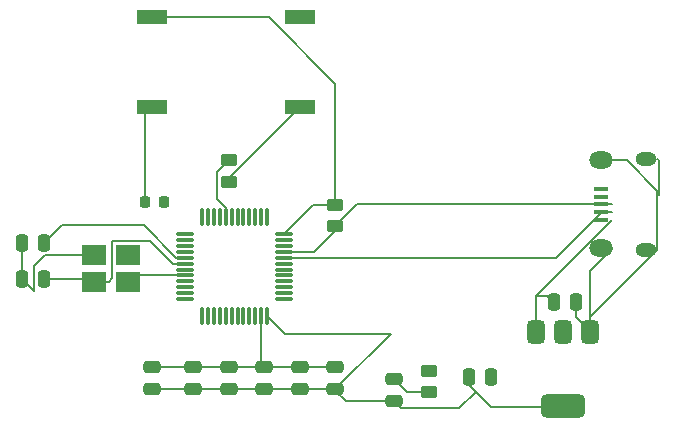
<source format=gbr>
G04 #@! TF.GenerationSoftware,KiCad,Pcbnew,9.0.0*
G04 #@! TF.CreationDate,2025-03-17T17:40:03+01:00*
G04 #@! TF.ProjectId,test,74657374-2e6b-4696-9361-645f70636258,rev?*
G04 #@! TF.SameCoordinates,Original*
G04 #@! TF.FileFunction,Copper,L1,Top*
G04 #@! TF.FilePolarity,Positive*
%FSLAX46Y46*%
G04 Gerber Fmt 4.6, Leading zero omitted, Abs format (unit mm)*
G04 Created by KiCad (PCBNEW 9.0.0) date 2025-03-17 17:40:03*
%MOMM*%
%LPD*%
G01*
G04 APERTURE LIST*
G04 Aperture macros list*
%AMRoundRect*
0 Rectangle with rounded corners*
0 $1 Rounding radius*
0 $2 $3 $4 $5 $6 $7 $8 $9 X,Y pos of 4 corners*
0 Add a 4 corners polygon primitive as box body*
4,1,4,$2,$3,$4,$5,$6,$7,$8,$9,$2,$3,0*
0 Add four circle primitives for the rounded corners*
1,1,$1+$1,$2,$3*
1,1,$1+$1,$4,$5*
1,1,$1+$1,$6,$7*
1,1,$1+$1,$8,$9*
0 Add four rect primitives between the rounded corners*
20,1,$1+$1,$2,$3,$4,$5,0*
20,1,$1+$1,$4,$5,$6,$7,0*
20,1,$1+$1,$6,$7,$8,$9,0*
20,1,$1+$1,$8,$9,$2,$3,0*%
G04 Aperture macros list end*
G04 #@! TA.AperFunction,SMDPad,CuDef*
%ADD10R,2.100000X1.800000*%
G04 #@! TD*
G04 #@! TA.AperFunction,SMDPad,CuDef*
%ADD11RoundRect,0.375000X-0.375000X0.625000X-0.375000X-0.625000X0.375000X-0.625000X0.375000X0.625000X0*%
G04 #@! TD*
G04 #@! TA.AperFunction,SMDPad,CuDef*
%ADD12RoundRect,0.500000X-1.400000X0.500000X-1.400000X-0.500000X1.400000X-0.500000X1.400000X0.500000X0*%
G04 #@! TD*
G04 #@! TA.AperFunction,SMDPad,CuDef*
%ADD13RoundRect,0.075000X-0.662500X-0.075000X0.662500X-0.075000X0.662500X0.075000X-0.662500X0.075000X0*%
G04 #@! TD*
G04 #@! TA.AperFunction,SMDPad,CuDef*
%ADD14RoundRect,0.075000X-0.075000X-0.662500X0.075000X-0.662500X0.075000X0.662500X-0.075000X0.662500X0*%
G04 #@! TD*
G04 #@! TA.AperFunction,SMDPad,CuDef*
%ADD15R,2.500000X1.200000*%
G04 #@! TD*
G04 #@! TA.AperFunction,SMDPad,CuDef*
%ADD16RoundRect,0.250000X-0.450000X0.262500X-0.450000X-0.262500X0.450000X-0.262500X0.450000X0.262500X0*%
G04 #@! TD*
G04 #@! TA.AperFunction,SMDPad,CuDef*
%ADD17RoundRect,0.250000X0.450000X-0.262500X0.450000X0.262500X-0.450000X0.262500X-0.450000X-0.262500X0*%
G04 #@! TD*
G04 #@! TA.AperFunction,SMDPad,CuDef*
%ADD18R,1.300000X0.450000*%
G04 #@! TD*
G04 #@! TA.AperFunction,HeatsinkPad*
%ADD19O,1.800000X1.150000*%
G04 #@! TD*
G04 #@! TA.AperFunction,HeatsinkPad*
%ADD20O,2.000000X1.450000*%
G04 #@! TD*
G04 #@! TA.AperFunction,SMDPad,CuDef*
%ADD21RoundRect,0.250000X-0.475000X0.250000X-0.475000X-0.250000X0.475000X-0.250000X0.475000X0.250000X0*%
G04 #@! TD*
G04 #@! TA.AperFunction,SMDPad,CuDef*
%ADD22RoundRect,0.250000X-0.250000X-0.475000X0.250000X-0.475000X0.250000X0.475000X-0.250000X0.475000X0*%
G04 #@! TD*
G04 #@! TA.AperFunction,SMDPad,CuDef*
%ADD23RoundRect,0.250000X0.250000X0.475000X-0.250000X0.475000X-0.250000X-0.475000X0.250000X-0.475000X0*%
G04 #@! TD*
G04 #@! TA.AperFunction,SMDPad,CuDef*
%ADD24RoundRect,0.225000X-0.225000X-0.250000X0.225000X-0.250000X0.225000X0.250000X-0.225000X0.250000X0*%
G04 #@! TD*
G04 #@! TA.AperFunction,SMDPad,CuDef*
%ADD25RoundRect,0.250000X0.475000X-0.250000X0.475000X0.250000X-0.475000X0.250000X-0.475000X-0.250000X0*%
G04 #@! TD*
G04 #@! TA.AperFunction,Conductor*
%ADD26C,0.200000*%
G04 #@! TD*
G04 APERTURE END LIST*
D10*
G04 #@! TO.P,Y1,1,1*
G04 #@! TO.N,Net-(U1-PD0)*
X128500000Y-100500000D03*
G04 #@! TO.P,Y1,2,2*
G04 #@! TO.N,GND*
X125600000Y-100500000D03*
G04 #@! TO.P,Y1,3,3*
G04 #@! TO.N,Net-(U1-PD1)*
X125600000Y-102800000D03*
G04 #@! TO.P,Y1,4,4*
G04 #@! TO.N,GND*
X128500000Y-102800000D03*
G04 #@! TD*
D11*
G04 #@! TO.P,U2,1,ADJ*
G04 #@! TO.N,GND*
X167600000Y-107000000D03*
G04 #@! TO.P,U2,2,VO*
G04 #@! TO.N,+3.3V*
X165300000Y-107000000D03*
D12*
X165300000Y-113300000D03*
D11*
G04 #@! TO.P,U2,3,VI*
G04 #@! TO.N,VBUS*
X163000000Y-107000000D03*
G04 #@! TD*
D13*
G04 #@! TO.P,U1,1,VBAT*
G04 #@! TO.N,+3.3V*
X133337500Y-98750000D03*
G04 #@! TO.P,U1,2,PC13*
G04 #@! TO.N,unconnected-(U1-PC13-Pad2)*
X133337500Y-99250000D03*
G04 #@! TO.P,U1,3,PC14*
G04 #@! TO.N,unconnected-(U1-PC14-Pad3)*
X133337500Y-99750000D03*
G04 #@! TO.P,U1,4,PC15*
G04 #@! TO.N,unconnected-(U1-PC15-Pad4)*
X133337500Y-100250000D03*
G04 #@! TO.P,U1,5,PD0*
G04 #@! TO.N,Net-(U1-PD0)*
X133337500Y-100750000D03*
G04 #@! TO.P,U1,6,PD1*
G04 #@! TO.N,Net-(U1-PD1)*
X133337500Y-101250000D03*
G04 #@! TO.P,U1,7,NRST*
G04 #@! TO.N,Net-(U1-NRST)*
X133337500Y-101750000D03*
G04 #@! TO.P,U1,8,VSSA*
G04 #@! TO.N,GND*
X133337500Y-102250000D03*
G04 #@! TO.P,U1,9,VDDA*
G04 #@! TO.N,+3.3V*
X133337500Y-102750000D03*
G04 #@! TO.P,U1,10,PA0*
G04 #@! TO.N,unconnected-(U1-PA0-Pad10)*
X133337500Y-103250000D03*
G04 #@! TO.P,U1,11,PA1*
G04 #@! TO.N,unconnected-(U1-PA1-Pad11)*
X133337500Y-103750000D03*
G04 #@! TO.P,U1,12,PA2*
G04 #@! TO.N,unconnected-(U1-PA2-Pad12)*
X133337500Y-104250000D03*
D14*
G04 #@! TO.P,U1,13,PA3*
G04 #@! TO.N,unconnected-(U1-PA3-Pad13)*
X134750000Y-105662500D03*
G04 #@! TO.P,U1,14,PA4*
G04 #@! TO.N,unconnected-(U1-PA4-Pad14)*
X135250000Y-105662500D03*
G04 #@! TO.P,U1,15,PA5*
G04 #@! TO.N,unconnected-(U1-PA5-Pad15)*
X135750000Y-105662500D03*
G04 #@! TO.P,U1,16,PA6*
G04 #@! TO.N,unconnected-(U1-PA6-Pad16)*
X136250000Y-105662500D03*
G04 #@! TO.P,U1,17,PA7*
G04 #@! TO.N,unconnected-(U1-PA7-Pad17)*
X136750000Y-105662500D03*
G04 #@! TO.P,U1,18,PB0*
G04 #@! TO.N,unconnected-(U1-PB0-Pad18)*
X137250000Y-105662500D03*
G04 #@! TO.P,U1,19,PB1*
G04 #@! TO.N,unconnected-(U1-PB1-Pad19)*
X137750000Y-105662500D03*
G04 #@! TO.P,U1,20,PB2*
G04 #@! TO.N,unconnected-(U1-PB2-Pad20)*
X138250000Y-105662500D03*
G04 #@! TO.P,U1,21,PB10*
G04 #@! TO.N,unconnected-(U1-PB10-Pad21)*
X138750000Y-105662500D03*
G04 #@! TO.P,U1,22,PB11*
G04 #@! TO.N,unconnected-(U1-PB11-Pad22)*
X139250000Y-105662500D03*
G04 #@! TO.P,U1,23,VSS*
G04 #@! TO.N,GND*
X139750000Y-105662500D03*
G04 #@! TO.P,U1,24,VDD*
G04 #@! TO.N,+3.3V*
X140250000Y-105662500D03*
D13*
G04 #@! TO.P,U1,25,PB12*
G04 #@! TO.N,unconnected-(U1-PB12-Pad25)*
X141662500Y-104250000D03*
G04 #@! TO.P,U1,26,PB13*
G04 #@! TO.N,unconnected-(U1-PB13-Pad26)*
X141662500Y-103750000D03*
G04 #@! TO.P,U1,27,PB14*
G04 #@! TO.N,unconnected-(U1-PB14-Pad27)*
X141662500Y-103250000D03*
G04 #@! TO.P,U1,28,PB15*
G04 #@! TO.N,unconnected-(U1-PB15-Pad28)*
X141662500Y-102750000D03*
G04 #@! TO.P,U1,29,PA8*
G04 #@! TO.N,unconnected-(U1-PA8-Pad29)*
X141662500Y-102250000D03*
G04 #@! TO.P,U1,30,PA9*
G04 #@! TO.N,unconnected-(U1-PA9-Pad30)*
X141662500Y-101750000D03*
G04 #@! TO.P,U1,31,PA10*
G04 #@! TO.N,unconnected-(U1-PA10-Pad31)*
X141662500Y-101250000D03*
G04 #@! TO.P,U1,32,PA11*
G04 #@! TO.N,usb_dm*
X141662500Y-100750000D03*
G04 #@! TO.P,U1,33,PA12*
G04 #@! TO.N,usb_dp*
X141662500Y-100250000D03*
G04 #@! TO.P,U1,34,PA13*
G04 #@! TO.N,unconnected-(U1-PA13-Pad34)*
X141662500Y-99750000D03*
G04 #@! TO.P,U1,35,VSS*
G04 #@! TO.N,GND*
X141662500Y-99250000D03*
G04 #@! TO.P,U1,36,VDD*
G04 #@! TO.N,+3.3V*
X141662500Y-98750000D03*
D14*
G04 #@! TO.P,U1,37,PA14*
G04 #@! TO.N,unconnected-(U1-PA14-Pad37)*
X140250000Y-97337500D03*
G04 #@! TO.P,U1,38,PA15*
G04 #@! TO.N,unconnected-(U1-PA15-Pad38)*
X139750000Y-97337500D03*
G04 #@! TO.P,U1,39,PB3*
G04 #@! TO.N,unconnected-(U1-PB3-Pad39)*
X139250000Y-97337500D03*
G04 #@! TO.P,U1,40,PB4*
G04 #@! TO.N,unconnected-(U1-PB4-Pad40)*
X138750000Y-97337500D03*
G04 #@! TO.P,U1,41,PB5*
G04 #@! TO.N,unconnected-(U1-PB5-Pad41)*
X138250000Y-97337500D03*
G04 #@! TO.P,U1,42,PB6*
G04 #@! TO.N,unconnected-(U1-PB6-Pad42)*
X137750000Y-97337500D03*
G04 #@! TO.P,U1,43,PB7*
G04 #@! TO.N,unconnected-(U1-PB7-Pad43)*
X137250000Y-97337500D03*
G04 #@! TO.P,U1,44,BOOT0*
G04 #@! TO.N,Net-(U1-BOOT0)*
X136750000Y-97337500D03*
G04 #@! TO.P,U1,45,PB8*
G04 #@! TO.N,unconnected-(U1-PB8-Pad45)*
X136250000Y-97337500D03*
G04 #@! TO.P,U1,46,PB9*
G04 #@! TO.N,unconnected-(U1-PB9-Pad46)*
X135750000Y-97337500D03*
G04 #@! TO.P,U1,47,VSS*
G04 #@! TO.N,GND*
X135250000Y-97337500D03*
G04 #@! TO.P,U1,48,VDD*
G04 #@! TO.N,+3.3V*
X134750000Y-97337500D03*
G04 #@! TD*
D15*
G04 #@! TO.P,SW1,1,A*
G04 #@! TO.N,GND*
X130500000Y-88000000D03*
G04 #@! TO.P,SW1,2,B*
G04 #@! TO.N,Net-(SW1-B)*
X143000000Y-88000000D03*
G04 #@! TO.P,SW1,3,C*
G04 #@! TO.N,+3.3V*
X130500000Y-80380000D03*
G04 #@! TO.P,SW1,4*
G04 #@! TO.N,N/C*
X143000000Y-80380000D03*
G04 #@! TD*
D16*
G04 #@! TO.P,R3,1*
G04 #@! TO.N,GND*
X154000000Y-110300000D03*
G04 #@! TO.P,R3,2*
G04 #@! TO.N,Net-(D1-K)*
X154000000Y-112125000D03*
G04 #@! TD*
D17*
G04 #@! TO.P,R2,1*
G04 #@! TO.N,usb_dp*
X146000000Y-98075000D03*
G04 #@! TO.P,R2,2*
G04 #@! TO.N,+3.3V*
X146000000Y-96250000D03*
G04 #@! TD*
G04 #@! TO.P,R1,1*
G04 #@! TO.N,Net-(SW1-B)*
X137000000Y-94325000D03*
G04 #@! TO.P,R1,2*
G04 #@! TO.N,Net-(U1-BOOT0)*
X137000000Y-92500000D03*
G04 #@! TD*
D18*
G04 #@! TO.P,J1,1,VBUS*
G04 #@! TO.N,VBUS*
X168500000Y-97525000D03*
G04 #@! TO.P,J1,2,D-*
G04 #@! TO.N,usb_dm*
X168500000Y-96875000D03*
G04 #@! TO.P,J1,3,D+*
G04 #@! TO.N,usb_dp*
X168500000Y-96225000D03*
G04 #@! TO.P,J1,4,ID*
G04 #@! TO.N,unconnected-(J1-ID-Pad4)*
X168500000Y-95575000D03*
G04 #@! TO.P,J1,5,GND*
G04 #@! TO.N,GND*
X168500000Y-94925000D03*
D19*
G04 #@! TO.P,J1,6,Shield*
X172350000Y-100100000D03*
D20*
X168550000Y-99950000D03*
X168550000Y-92500000D03*
D19*
X172350000Y-92350000D03*
G04 #@! TD*
D21*
G04 #@! TO.P,D1,1,K*
G04 #@! TO.N,Net-(D1-K)*
X151000000Y-111000000D03*
G04 #@! TO.P,D1,2,A*
G04 #@! TO.N,+3.3V*
X151000000Y-112900000D03*
G04 #@! TD*
D22*
G04 #@! TO.P,C11,1*
G04 #@! TO.N,+3.3V*
X157350000Y-110850000D03*
G04 #@! TO.P,C11,2*
G04 #@! TO.N,GND*
X159250000Y-110850000D03*
G04 #@! TD*
G04 #@! TO.P,C10,1*
G04 #@! TO.N,VBUS*
X164500000Y-104500000D03*
G04 #@! TO.P,C10,2*
G04 #@! TO.N,GND*
X166400000Y-104500000D03*
G04 #@! TD*
D23*
G04 #@! TO.P,C9,1*
G04 #@! TO.N,Net-(U1-PD0)*
X121400000Y-99500000D03*
G04 #@! TO.P,C9,2*
G04 #@! TO.N,GND*
X119500000Y-99500000D03*
G04 #@! TD*
G04 #@! TO.P,C8,1*
G04 #@! TO.N,Net-(U1-PD1)*
X121400000Y-102510000D03*
G04 #@! TO.P,C8,2*
G04 #@! TO.N,GND*
X119500000Y-102510000D03*
G04 #@! TD*
D24*
G04 #@! TO.P,C7,1*
G04 #@! TO.N,GND*
X129950000Y-96000000D03*
G04 #@! TO.P,C7,2*
G04 #@! TO.N,Net-(U1-NRST)*
X131500000Y-96000000D03*
G04 #@! TD*
D25*
G04 #@! TO.P,C6,1*
G04 #@! TO.N,+3.3V*
X146030000Y-111900000D03*
G04 #@! TO.P,C6,2*
G04 #@! TO.N,GND*
X146030000Y-110000000D03*
G04 #@! TD*
G04 #@! TO.P,C5,1*
G04 #@! TO.N,+3.3V*
X143020000Y-111900000D03*
G04 #@! TO.P,C5,2*
G04 #@! TO.N,GND*
X143020000Y-110000000D03*
G04 #@! TD*
G04 #@! TO.P,C4,1*
G04 #@! TO.N,+3.3V*
X140010000Y-111900000D03*
G04 #@! TO.P,C4,2*
G04 #@! TO.N,GND*
X140010000Y-110000000D03*
G04 #@! TD*
G04 #@! TO.P,C3,1*
G04 #@! TO.N,+3.3V*
X137000000Y-111900000D03*
G04 #@! TO.P,C3,2*
G04 #@! TO.N,GND*
X137000000Y-110000000D03*
G04 #@! TD*
G04 #@! TO.P,C2,1*
G04 #@! TO.N,+3.3V*
X133990000Y-111900000D03*
G04 #@! TO.P,C2,2*
G04 #@! TO.N,GND*
X133990000Y-110000000D03*
G04 #@! TD*
G04 #@! TO.P,C1,1*
G04 #@! TO.N,+3.3V*
X130530000Y-111900000D03*
G04 #@! TO.P,C1,2*
G04 #@! TO.N,GND*
X130530000Y-110000000D03*
G04 #@! TD*
D26*
G04 #@! TO.N,usb_dp*
X147850000Y-96225000D02*
X146000000Y-98075000D01*
X169450000Y-96225000D02*
X147850000Y-96225000D01*
G04 #@! TO.N,+3.3V*
X150730000Y-107200000D02*
X146030000Y-111900000D01*
X140250000Y-105662500D02*
X141787500Y-107200000D01*
X141787500Y-107200000D02*
X150730000Y-107200000D01*
G04 #@! TO.N,GND*
X128500000Y-102800000D02*
X129050000Y-102250000D01*
X129050000Y-102250000D02*
X133337500Y-102250000D01*
G04 #@! TO.N,+3.3V*
X146030000Y-111900000D02*
X130530000Y-111900000D01*
G04 #@! TO.N,GND*
X146030000Y-110000000D02*
X130530000Y-110000000D01*
G04 #@! TO.N,Net-(D1-K)*
X152125000Y-112125000D02*
X151000000Y-111000000D01*
X154000000Y-112125000D02*
X152125000Y-112125000D01*
G04 #@! TO.N,+3.3V*
X156500000Y-113500000D02*
X157916450Y-112083550D01*
X151600000Y-113500000D02*
X156500000Y-113500000D01*
X151000000Y-112900000D02*
X151600000Y-113500000D01*
X157916450Y-112083550D02*
X157350000Y-111517100D01*
X146900000Y-112900000D02*
X151000000Y-112900000D01*
X146030000Y-112030000D02*
X146900000Y-112900000D01*
X146030000Y-111900000D02*
X146030000Y-112030000D01*
X157350000Y-111517100D02*
X157350000Y-110850000D01*
X159233900Y-113401000D02*
X157916450Y-112083550D01*
X165199000Y-113401000D02*
X159233900Y-113401000D01*
X165300000Y-113300000D02*
X165199000Y-113401000D01*
G04 #@! TO.N,GND*
X166400000Y-104500000D02*
X166400000Y-105800000D01*
X166400000Y-105800000D02*
X167600000Y-107000000D01*
G04 #@! TO.N,VBUS*
X163975000Y-103975000D02*
X163000000Y-103975000D01*
X164500000Y-104500000D02*
X163975000Y-103975000D01*
G04 #@! TO.N,GND*
X159400000Y-111000000D02*
X159250000Y-110850000D01*
X173399000Y-92449000D02*
X173399000Y-95401000D01*
X173300000Y-92350000D02*
X173399000Y-92449000D01*
X173300000Y-95500000D02*
X173300000Y-100100000D01*
X173399000Y-95401000D02*
X173300000Y-95500000D01*
X173300000Y-95100000D02*
X173300000Y-95500000D01*
X170700000Y-92500000D02*
X173300000Y-95100000D01*
X169500000Y-92500000D02*
X170700000Y-92500000D01*
X167600000Y-105800000D02*
X173300000Y-100100000D01*
X167600000Y-107000000D02*
X167600000Y-105800000D01*
X167600000Y-101850000D02*
X169500000Y-99950000D01*
X167600000Y-107000000D02*
X167600000Y-101850000D01*
G04 #@! TO.N,VBUS*
X163000000Y-103975000D02*
X163000000Y-107000000D01*
X169450000Y-97525000D02*
X163000000Y-103975000D01*
G04 #@! TO.N,GND*
X129950000Y-88550000D02*
X130500000Y-88000000D01*
X129950000Y-96000000D02*
X129950000Y-88550000D01*
G04 #@! TO.N,+3.3V*
X140380000Y-80380000D02*
X146000000Y-86000000D01*
X130500000Y-80380000D02*
X140380000Y-80380000D01*
X146000000Y-86000000D02*
X146000000Y-96250000D01*
G04 #@! TO.N,Net-(SW1-B)*
X137000000Y-94000000D02*
X143000000Y-88000000D01*
X137000000Y-94325000D02*
X137000000Y-94000000D01*
G04 #@! TO.N,Net-(U1-BOOT0)*
X135999000Y-93501000D02*
X137000000Y-92500000D01*
X136750000Y-96566176D02*
X135999000Y-95815176D01*
X136750000Y-97337500D02*
X136750000Y-96566176D01*
X135999000Y-95815176D02*
X135999000Y-93501000D01*
G04 #@! TO.N,+3.3V*
X144162500Y-96250000D02*
X141662500Y-98750000D01*
X146000000Y-96250000D02*
X144162500Y-96250000D01*
G04 #@! TO.N,usb_dm*
X168623000Y-96875000D02*
X169450000Y-96875000D01*
X141662500Y-100750000D02*
X164748000Y-100750000D01*
X164748000Y-100750000D02*
X168623000Y-96875000D01*
G04 #@! TO.N,usb_dp*
X144250000Y-100250000D02*
X141662500Y-100250000D01*
X146000000Y-98075000D02*
X146000000Y-98500000D01*
X146000000Y-98500000D02*
X144250000Y-100250000D01*
G04 #@! TO.N,GND*
X139750000Y-109740000D02*
X139750000Y-105662500D01*
X140010000Y-110000000D02*
X139750000Y-109740000D01*
G04 #@! TO.N,Net-(U1-PD1)*
X130299000Y-99299000D02*
X132250000Y-101250000D01*
X127149000Y-99299000D02*
X130299000Y-99299000D01*
X127149000Y-102501000D02*
X127149000Y-99299000D01*
X126850000Y-102800000D02*
X127149000Y-102501000D01*
X132250000Y-101250000D02*
X133337500Y-101250000D01*
X125600000Y-102800000D02*
X126850000Y-102800000D01*
G04 #@! TO.N,Net-(U1-PD0)*
X132566176Y-100750000D02*
X133337500Y-100750000D01*
X122900000Y-98000000D02*
X129816176Y-98000000D01*
X121400000Y-99500000D02*
X122900000Y-98000000D01*
X129816176Y-98000000D02*
X132566176Y-100750000D01*
G04 #@! TO.N,Net-(U1-PD1)*
X125310000Y-102510000D02*
X125600000Y-102800000D01*
X121400000Y-102510000D02*
X125310000Y-102510000D01*
G04 #@! TO.N,GND*
X120526000Y-103536000D02*
X119500000Y-102510000D01*
X120526000Y-101474000D02*
X120526000Y-103536000D01*
X121885160Y-100526000D02*
X121474000Y-100526000D01*
X121474000Y-100526000D02*
X120526000Y-101474000D01*
X121911160Y-100500000D02*
X121885160Y-100526000D01*
X125600000Y-100500000D02*
X121911160Y-100500000D01*
X119500000Y-102510000D02*
X119500000Y-99500000D01*
G04 #@! TD*
M02*

</source>
